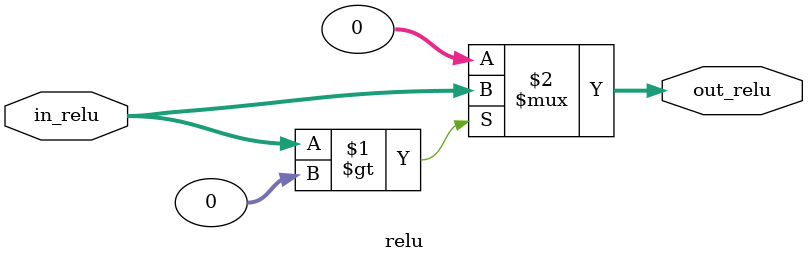
<source format=sv>
module relu
(
    input  int  in_relu,
    output int  out_relu
);
    assign  out_relu = (in_relu > 0) ? in_relu : 0;
endmodule

</source>
